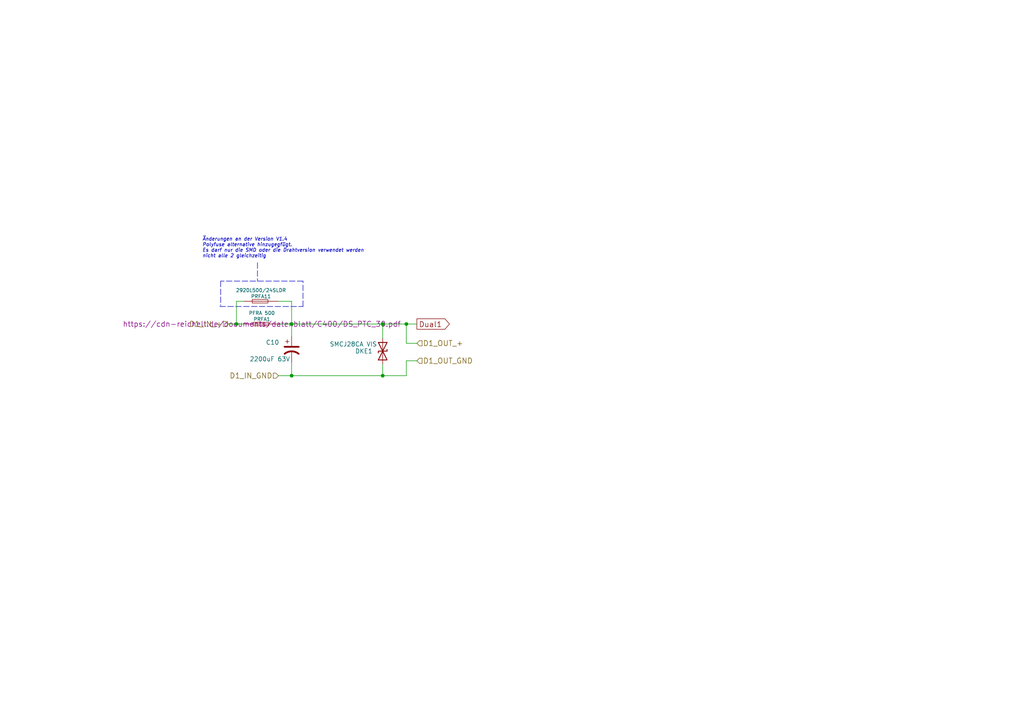
<source format=kicad_sch>
(kicad_sch (version 20201015) (generator eeschema)
  (paper "A4")
  (title_block (title "Ardumower shield SVN Version") (date "2021-01-11") (rev "1.4") (company "ML AG JL BS UZ") (comment 1 "Schaltplan und Layout UweZ"))
  (lib_symbols
    (symbol "Diode:1.5KExxCA" (pin_numbers hide) (pin_names (offset 1.016) hide)
      (property "Reference" "D" (at 0 2.54 0))
      (property "Value" "1.5KExxCA" (at 0 -2.54 0))
      (symbol "1.5KExxCA_0_1"
        (polyline (pts (xy 1.27 0) (xy -1.27 0)))
        (polyline (pts (xy -2.54 -1.27) (xy 0 0) (xy -2.54 1.27) (xy -2.54 -1.27)) (stroke (width 0.254)))
        (polyline (pts (xy 0.508 1.27) (xy 0 1.27) (xy 0 -1.27) (xy -0.508 -1.27)) (stroke (width 0.254)))
        (polyline (pts (xy 2.54 1.27) (xy 2.54 -1.27) (xy 0 0) (xy 2.54 1.27)) (stroke (width 0.254)))
      )
      (symbol "1.5KExxCA_1_1"
        (pin passive line (at -3.81 0 0) (length 2.54) (name "A1") (number "1"))
        (pin passive line (at 3.81 0 180) (length 2.54) (name "A2") (number "2"))
      )
    )
    (symbol "ardumower-mega-shield-svn-rescue:CP1-RESCUE-ardumower_mega_shield_svn" (pin_numbers hide) (pin_names (offset 0.254) hide)
      (property "Reference" "C" (at 0.635 2.54 0))
      (property "Value" "CP1-RESCUE-ardumower_mega_shield_svn" (at 0.635 -2.54 0))
      (symbol "CP1-RESCUE-ardumower_mega_shield_svn_0_1"
        (arc (start -2.032 -1.27) (end 2.032 -1.27) (radius (at 0 -3.81) (length 3.2512) (angles 128.7 51.3)) (stroke (width 0.508)))
        (polyline (pts (xy -2.032 0.762) (xy 2.032 0.762)) (stroke (width 0.508)))
        (polyline (pts (xy -1.778 2.286) (xy -0.762 2.286)))
        (polyline (pts (xy -1.27 1.778) (xy -1.27 2.794)))
      )
      (symbol "CP1-RESCUE-ardumower_mega_shield_svn_1_1"
        (pin passive line (at 0 3.81 270) (length 2.794) (name "~") (number "1"))
        (pin passive line (at 0 -3.81 90) (length 3.302) (name "~") (number "2"))
      )
    )
    (symbol "ardumower-mega-shield-svn-rescue:F_10A-RESCUE-ardumower_mega_shield_svn" (pin_numbers hide) (pin_names (offset 0.254))
      (property "Reference" "EF" (at -4.572 2.032 0))
      (property "Value" "F_10A-RESCUE-ardumower_mega_shield_svn" (at -2.54 -2.032 0))
      (symbol "F_10A-RESCUE-ardumower_mega_shield_svn_0_1"
        (polyline (pts (xy 2.032 0) (xy -2.54 0) (xy -2.54 0) (xy -2.54 0)))
        (polyline (pts (xy -2.54 0.508) (xy -2.54 -0.508) (xy 2.032 -0.508) (xy 2.032 0.508) (xy -2.54 0.508) (xy -2.54 0.508)))
      )
      (symbol "F_10A-RESCUE-ardumower_mega_shield_svn_1_1"
        (pin power_in line (at 5.08 0 180) (length 3.048) (name "~") (number "1"))
        (pin power_out line (at -5.08 0 0) (length 2.54) (name "~") (number "2"))
      )
    )
  )
  (junction (at 68.58 93.98) (diameter 0.9144))
  (junction (at 84.582 93.98) (diameter 0.9144))
  (junction (at 84.582 108.966) (diameter 0.9144))
  (junction (at 110.998 93.98) (diameter 0.9144))
  (junction (at 110.998 108.966) (diameter 0.9144))
  (junction (at 117.856 93.98) (diameter 0.9144))
  (wire (pts (xy 66.294 93.98) (xy 68.58 93.98)))
  (wire (pts (xy 68.58 87.376) (xy 68.58 93.98)))
  (wire (pts (xy 68.58 93.98) (xy 70.866 93.98)))
  (wire (pts (xy 70.612 87.376) (xy 68.58 87.376)))
  (wire (pts (xy 80.772 87.376) (xy 84.582 87.376)))
  (wire (pts (xy 80.772 108.966) (xy 84.582 108.966)))
  (wire (pts (xy 81.026 93.98) (xy 84.582 93.98)))
  (wire (pts (xy 84.582 87.376) (xy 84.582 93.98)))
  (wire (pts (xy 84.582 93.98) (xy 110.998 93.98)))
  (wire (pts (xy 84.582 97.536) (xy 84.582 93.98)))
  (wire (pts (xy 84.582 105.156) (xy 84.582 108.966)))
  (wire (pts (xy 84.582 108.966) (xy 110.998 108.966)))
  (wire (pts (xy 110.998 93.98) (xy 110.998 98.044)))
  (wire (pts (xy 110.998 93.98) (xy 117.856 93.98)))
  (wire (pts (xy 110.998 105.664) (xy 110.998 108.966)))
  (wire (pts (xy 110.998 108.966) (xy 117.856 108.966)))
  (wire (pts (xy 117.856 93.98) (xy 120.904 93.98)))
  (wire (pts (xy 117.856 99.568) (xy 117.856 93.98)))
  (wire (pts (xy 117.856 104.648) (xy 117.856 108.966)))
  (wire (pts (xy 120.904 99.568) (xy 117.856 99.568)))
  (wire (pts (xy 120.904 104.648) (xy 117.856 104.648)))
  (polyline (pts (xy 63.754 88.9) (xy 87.884 88.9)) (stroke (width 0) (type dash)))
  (polyline (pts (xy 64.008 81.534) (xy 64.008 88.646)) (stroke (width 0) (type dash)))
  (polyline (pts (xy 74.676 76.2) (xy 74.676 81.534)) (stroke (width 0) (type dash)))
  (polyline (pts (xy 87.884 81.534) (xy 64.008 81.534)) (stroke (width 0) (type dash)))
  (polyline (pts (xy 87.884 88.9) (xy 87.884 81.534)) (stroke (width 0) (type dash)))
  (text "Änderungen an der Version V1.4\nPolyfuse alternative hinzugegfügt.\nEs darf nur die SMD oder die Drahtversion verwendet werden\nnicht alle 2 gleichzeitig" (at 58.674 74.93 0) (effects (font (size 1 1) italic) (justify left bottom)))
  (text "Bernd, 14:34\nHi, habe gestern die Fragen zur Diode nicht gesehen, hier mein Feedback.\nDie 28V Diode fängt bei ca 31V an durchzuschalten. Von daher passt das da wir nicht über 30 V kommen.\nÜblicherweise soll die etwas Luft haben und nicht zu nahe an der Versorgungsspannung liegen,\nvon daher sind die üblicherweise um die 10% über der Versorgungsspannung. \nFür den Überspannungsschutz ist das egal ob die 200V Spikes dann auf 31 oder 33 V angebaut werden. \nWichtig ist dass diese may. Spannung unter der max. Spannung der zu schützenden Elektronik ist. \nVon daher hätte ich die 30V genutzt, aber die 28V tuns auch.\n" (at 88.646 -19.558 0) (effects (font (size 1 1)) (justify left bottom)))
  (global_label "Dual1" (shape output) (at 120.904 93.98 0) (property "Intersheet References" "${INTERSHEET_REFS}" (effects hide)) (effects (font (size 1.524 1.524))))
  (hierarchical_label "D1_IN_+" (shape input) (at 66.294 93.98 180) (effects (font (size 1.524 1.524))))
  (hierarchical_label "D1_IN_GND" (shape input) (at 80.772 108.966 180) (effects (font (size 1.524 1.524))))
  (hierarchical_label "D1_OUT_+" (shape input) (at 120.904 99.568 0) (effects (font (size 1.524 1.524))))
  (hierarchical_label "D1_OUT_GND" (shape input) (at 120.904 104.648 0) (effects (font (size 1.524 1.524))))
  (symbol (lib_id "ardumower-mega-shield-svn-rescue:F_10A-RESCUE-ardumower_mega_shield_svn") (at 75.692 87.376 0) (mirror x) (unit 1)
    (property "Reference" "PRFA11" (at 75.692 85.979 0) (effects (font (size 1.016 1.016))))
    (property "Value" "2920L500/24SLDR " (at 75.692 84.201 0) (effects (font (size 1.016 1.016))))
    (property "Footprint" "Fuse:Fuse_2920_7451Metric_Pad2.10x5.45mm_HandSolder" (effects hide))
    (property "Bestelllink" "https://www.mouser.de/ProductDetail/Littelfuse/2920L500-24SLDR/?qs=%2Fha2pyFadujrPVORV2ny8ShSp9F2IGH04BA1WKQYQ6Q%3D" (effects hide))
    (property "Bestellnummer" "R: PFRA 500" (effects hide))
    (property "Funktion" "PPTC PTC 24V POLYFUSE SMD 2920 SL 5.00A " (effects hide))
    (property "Reichelt-Bestellnummer" "R: PFRA 500" (effects hide))
    (property "Technische Daten" "PPTC PTC 24V POLYFUSE SMD 2920 SL 5.00A " (effects hide))
    (property "Bestücken (Assemble)" "NEIN (NO)" (effects hide))
    (property "Hersteller Nummer" "2920L500/24SLDR " (effects hide))
    (property "Mouser Nummer" "576-2920L500/24SLDR " (effects hide))
    (property "Mouser Datenblatt" "https://www.mouser.de/datasheet/2/240/littelfuse_ptc_low_rho_datasheet_pdf-1901322.pdf" (effects hide))
    (property "Gehäuseart" "2920" (effects hide))
  )
  (symbol (lib_id "ardumower-mega-shield-svn-rescue:F_10A-RESCUE-ardumower_mega_shield_svn") (at 75.946 93.98 0) (mirror x) (unit 1)
    (property "Reference" "PRFA1" (at 75.946 92.583 0) (effects (font (size 1.016 1.016))))
    (property "Value" "PFRA 500" (at 75.946 90.805 0) (effects (font (size 1.016 1.016))))
    (property "Footprint" "Zimprich:PRFA_500" (effects hide))
    (property "Datasheet" "https://cdn-reichelt.de/documents/datenblatt/C400/DS_PTC_30.pdf" (at 75.946 93.98 0) (effects (font (size 1.524 1.524))))
    (property "Bestelllink" "https://www.reichelt.de/de/en/resettable-fuses-max-40-a-30-v-14-5-s-pfra-500-p35215.html?GROUP=C48&GROUPID=7658&START=0&SORT=-rank&OFFSET=16&&r=1" (effects hide))
    (property "Bestellnummer" "R: PFRA 500" (effects hide))
    (property "Funktion" "PFRA 500 Resettable fuses, max. 40 A, 30 V, 14.5 s" (effects hide))
    (property "Reichelt-Bestellnummer" "R: PFRA 500" (effects hide))
    (property "Technische Daten" "PFRA 500 Resettable fuses, max. 40 A, 30 V, 14.5 s" (effects hide))
    (property "Bestücken (Assemble)" "NEIN (NO)" (effects hide))
  )
  (symbol (lib_id "Diode:1.5KExxCA") (at 110.998 101.854 90) (mirror x) (unit 1)
    (property "Reference" "DKE1" (at 105.518 101.854 90))
    (property "Value" "SMCJ28CA VIS" (at 102.482 99.822 90))
    (property "Footprint" "Diode_SMD:D_SMC" (effects hide))
    (property "Datasheet" "https://www.vishay.com/docs/88301/15ke.pdf" (effects hide))
    (property "Bestelllink" "https://www.reichelt.de/tvs-diode-bidirektional-28-v-1500-w-do-214ab-smc-smcj28ca-vis-p290948.html?&trstct=pos_0&nbc=1" (effects hide))
    (property "Bestellnummer" "R: SMCJ28CA VIS" (effects hide))
    (property "Bestücken (Assemble)" "JA (YES)" (effects hide))
    (property "Datasheet" "https://cdn-reichelt.de/documents/datenblatt/A400/SMCJ.pdf" (effects hide))
    (property "Funktion" "SMCJ28CA VIS TVS-Diode, bidirektional, 28 V, 1500 W, DO-214AB/SMC" (effects hide))
    (property "Gehäuseart" "DO-214AB/SMC" (effects hide))
    (property "Hersteller" "Value" (effects hide))
    (property "Hersteller Bestellnummer" "Value" (effects hide))
    (property "Reference" "DKE999" (effects hide))
    (property "Technische Daten" "SMCJ28CA VIS TVS-Diode, bidirektional, 28 V, 1500 W, DO-214AB/SMC" (effects hide))
    (property "Value" "SMCJ28CA VIS" (effects hide))
    (property "JLCPCB Basic / Extern" "1" (effects hide))
    (property "JLCPCB LCSC Part" "C10245" (effects hide))
  )
  (symbol (lib_id "ardumower-mega-shield-svn-rescue:CP1-RESCUE-ardumower_mega_shield_svn") (at 84.582 101.346 0) (unit 1)
    (property "Reference" "C10" (at 77.089 99.314 0) (effects (justify left)))
    (property "Value" "2200uF 63V" (at 72.39 104.14 0) (effects (justify left)))
    (property "Footprint" "Capacitors_ThroughHole:C_Radial_D18_L36_P7.5" (effects hide))
    (property "Bestellnummer" "Value" (effects hide))
    (property "Bestücken (Assemble)" "NEIN (NO)" (effects hide))
  )
)
</source>
